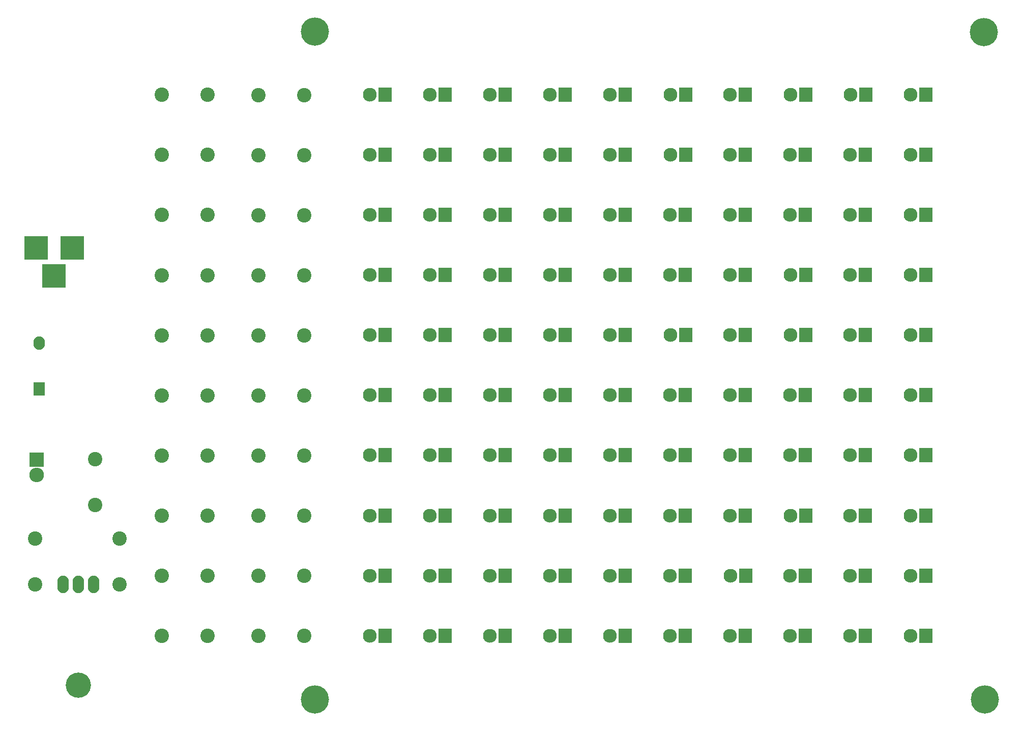
<source format=gbr>
G04 #@! TF.FileFunction,Soldermask,Top*
%FSLAX46Y46*%
G04 Gerber Fmt 4.6, Leading zero omitted, Abs format (unit mm)*
G04 Created by KiCad (PCBNEW 4.0.2-stable) date Monday, 06 March 2017 12:37:51*
%MOMM*%
G01*
G04 APERTURE LIST*
%ADD10C,0.100000*%
%ADD11C,4.700000*%
%ADD12R,3.900120X3.900120*%
%ADD13R,2.300000X2.400000*%
%ADD14C,2.300000*%
%ADD15R,2.432000X2.432000*%
%ADD16O,2.432000X2.432000*%
%ADD17O,1.901140X2.899360*%
%ADD18C,4.199840*%
%ADD19C,2.398980*%
%ADD20R,1.924000X2.224000*%
%ADD21O,1.924000X2.224000*%
G04 APERTURE END LIST*
D10*
D11*
X115110000Y-139110000D03*
X226580000Y-139110000D03*
X226480000Y-28070000D03*
D12*
X74700140Y-64000000D03*
X68700660Y-64000000D03*
X71700400Y-68699000D03*
D13*
X126750000Y-38500000D03*
D14*
X124210000Y-38500000D03*
D13*
X136750000Y-38500000D03*
D14*
X134210000Y-38500000D03*
D13*
X146750000Y-38500000D03*
D14*
X144210000Y-38500000D03*
D13*
X156790000Y-38500000D03*
D14*
X154250000Y-38500000D03*
D13*
X166750000Y-38500000D03*
D14*
X164210000Y-38500000D03*
D13*
X126750000Y-48500000D03*
D14*
X124210000Y-48500000D03*
D13*
X136750000Y-48500000D03*
D14*
X134210000Y-48500000D03*
D13*
X146750000Y-48500000D03*
D14*
X144210000Y-48500000D03*
D13*
X156790000Y-48500000D03*
D14*
X154250000Y-48500000D03*
D13*
X166750000Y-48500000D03*
D14*
X164210000Y-48500000D03*
D13*
X126790000Y-58500000D03*
D14*
X124250000Y-58500000D03*
D13*
X136750000Y-58500000D03*
D14*
X134210000Y-58500000D03*
D13*
X146750000Y-58500000D03*
D14*
X144210000Y-58500000D03*
D13*
X156750000Y-58500000D03*
D14*
X154210000Y-58500000D03*
D13*
X166750000Y-58500000D03*
D14*
X164210000Y-58500000D03*
D13*
X126750000Y-68500000D03*
D14*
X124210000Y-68500000D03*
D13*
X136750000Y-68500000D03*
D14*
X134210000Y-68500000D03*
D13*
X146750000Y-68500000D03*
D14*
X144210000Y-68500000D03*
D13*
X156750000Y-68500000D03*
D14*
X154210000Y-68500000D03*
D13*
X166750000Y-68500000D03*
D14*
X164210000Y-68500000D03*
D13*
X126790000Y-78500000D03*
D14*
X124250000Y-78500000D03*
D13*
X136750000Y-78500000D03*
D14*
X134210000Y-78500000D03*
D13*
X146750000Y-78500000D03*
D14*
X144210000Y-78500000D03*
D13*
X156750000Y-78500000D03*
D14*
X154210000Y-78500000D03*
D13*
X166790000Y-78500000D03*
D14*
X164250000Y-78500000D03*
D13*
X126750000Y-88500000D03*
D14*
X124210000Y-88500000D03*
D13*
X136790000Y-88500000D03*
D14*
X134250000Y-88500000D03*
D13*
X146790000Y-88500000D03*
D14*
X144250000Y-88500000D03*
D13*
X156790000Y-88500000D03*
D14*
X154250000Y-88500000D03*
D13*
X166790000Y-88500000D03*
D14*
X164250000Y-88500000D03*
D13*
X126790000Y-98500000D03*
D14*
X124250000Y-98500000D03*
D13*
X136790000Y-98500000D03*
D14*
X134250000Y-98500000D03*
D13*
X146790000Y-98500000D03*
D14*
X144250000Y-98500000D03*
D13*
X156790000Y-98500000D03*
D14*
X154250000Y-98500000D03*
D13*
X166790000Y-98500000D03*
D14*
X164250000Y-98500000D03*
D13*
X126790000Y-108500000D03*
D14*
X124250000Y-108500000D03*
D13*
X136790000Y-108500000D03*
D14*
X134250000Y-108500000D03*
D13*
X146790000Y-108500000D03*
D14*
X144250000Y-108500000D03*
D13*
X156790000Y-108500000D03*
D14*
X154250000Y-108500000D03*
D13*
X166790000Y-108500000D03*
D14*
X164250000Y-108500000D03*
D13*
X126790000Y-118500000D03*
D14*
X124250000Y-118500000D03*
D13*
X136790000Y-118500000D03*
D14*
X134250000Y-118500000D03*
D13*
X146790000Y-118500000D03*
D14*
X144250000Y-118500000D03*
D13*
X156790000Y-118500000D03*
D14*
X154250000Y-118500000D03*
D13*
X166790000Y-118500000D03*
D14*
X164250000Y-118500000D03*
D13*
X126790000Y-128500000D03*
D14*
X124250000Y-128500000D03*
D13*
X136790000Y-128500000D03*
D14*
X134250000Y-128500000D03*
D13*
X146790000Y-128500000D03*
D14*
X144250000Y-128500000D03*
D13*
X156790000Y-128500000D03*
D14*
X154250000Y-128500000D03*
D13*
X166790000Y-128500000D03*
D14*
X164250000Y-128500000D03*
D13*
X176790000Y-38500000D03*
D14*
X174250000Y-38500000D03*
D13*
X186750000Y-38500000D03*
D14*
X184210000Y-38500000D03*
D13*
X196790000Y-38500000D03*
D14*
X194250000Y-38500000D03*
D13*
X206790000Y-38500000D03*
D14*
X204250000Y-38500000D03*
D13*
X216750000Y-38500000D03*
D14*
X214210000Y-38500000D03*
D13*
X176790000Y-48500000D03*
D14*
X174250000Y-48500000D03*
D13*
X186750000Y-48500000D03*
D14*
X184210000Y-48500000D03*
D13*
X196750000Y-48500000D03*
D14*
X194210000Y-48500000D03*
D13*
X206750000Y-48500000D03*
D14*
X204210000Y-48500000D03*
D13*
X216750000Y-48500000D03*
D14*
X214210000Y-48500000D03*
D13*
X176750000Y-58500000D03*
D14*
X174210000Y-58500000D03*
D13*
X186750000Y-58500000D03*
D14*
X184210000Y-58500000D03*
D13*
X196750000Y-58500000D03*
D14*
X194210000Y-58500000D03*
D13*
X206750000Y-58500000D03*
D14*
X204210000Y-58500000D03*
D13*
X216750000Y-58500000D03*
D14*
X214210000Y-58500000D03*
D13*
X176750000Y-68500000D03*
D14*
X174210000Y-68500000D03*
D13*
X186750000Y-68500000D03*
D14*
X184210000Y-68500000D03*
D13*
X196790000Y-68500000D03*
D14*
X194250000Y-68500000D03*
D13*
X206750000Y-68500000D03*
D14*
X204210000Y-68500000D03*
D13*
X216750000Y-68500000D03*
D14*
X214210000Y-68500000D03*
D13*
X176790000Y-78500000D03*
D14*
X174250000Y-78500000D03*
D13*
X186750000Y-78500000D03*
D14*
X184210000Y-78500000D03*
D13*
X196790000Y-78500000D03*
D14*
X194250000Y-78500000D03*
D13*
X206750000Y-78500000D03*
D14*
X204210000Y-78500000D03*
D13*
X216750000Y-78500000D03*
D14*
X214210000Y-78500000D03*
D13*
X176750000Y-88500000D03*
D14*
X174210000Y-88500000D03*
D13*
X186750000Y-88500000D03*
D14*
X184210000Y-88500000D03*
D13*
X196750000Y-88500000D03*
D14*
X194210000Y-88500000D03*
D13*
X206750000Y-88500000D03*
D14*
X204210000Y-88500000D03*
D13*
X216750000Y-88500000D03*
D14*
X214210000Y-88500000D03*
D13*
X176750000Y-98500000D03*
D14*
X174210000Y-98500000D03*
D13*
X186750000Y-98500000D03*
D14*
X184210000Y-98500000D03*
D13*
X196750000Y-98500000D03*
D14*
X194210000Y-98500000D03*
D13*
X206750000Y-98500000D03*
D14*
X204210000Y-98500000D03*
D13*
X216750000Y-98500000D03*
D14*
X214210000Y-98500000D03*
D13*
X176750000Y-108500000D03*
D14*
X174210000Y-108500000D03*
D13*
X186750000Y-108500000D03*
D14*
X184210000Y-108500000D03*
D13*
X196790000Y-108500000D03*
D14*
X194250000Y-108500000D03*
D13*
X206750000Y-108500000D03*
D14*
X204210000Y-108500000D03*
D13*
X216750000Y-108500000D03*
D14*
X214210000Y-108500000D03*
D13*
X176750000Y-118500000D03*
D14*
X174210000Y-118500000D03*
D13*
X186790000Y-118500000D03*
D14*
X184250000Y-118500000D03*
D13*
X196750000Y-118500000D03*
D14*
X194210000Y-118500000D03*
D13*
X206750000Y-118500000D03*
D14*
X204210000Y-118500000D03*
D13*
X216750000Y-118500000D03*
D14*
X214210000Y-118500000D03*
D13*
X176750000Y-128500000D03*
D14*
X174210000Y-128500000D03*
D13*
X186750000Y-128500000D03*
D14*
X184210000Y-128500000D03*
D13*
X196750000Y-128500000D03*
D14*
X194210000Y-128500000D03*
D13*
X206750000Y-128500000D03*
D14*
X204210000Y-128500000D03*
D13*
X216750000Y-128500000D03*
D14*
X214210000Y-128500000D03*
D15*
X68750000Y-99250000D03*
D16*
X68750000Y-101790000D03*
D17*
X75710000Y-119986000D03*
X78250000Y-119986000D03*
X73170000Y-119986000D03*
D18*
X75710000Y-136750000D03*
D19*
X97225000Y-38550000D03*
X89605000Y-38550000D03*
X97225000Y-48547222D03*
X89605000Y-48547222D03*
X97225000Y-58544444D03*
X89605000Y-58544444D03*
X97225000Y-68541666D03*
X89605000Y-68541666D03*
X97225000Y-78538888D03*
X89605000Y-78538888D03*
X97225000Y-88536110D03*
X89605000Y-88536110D03*
X97225000Y-98533332D03*
X89605000Y-98533332D03*
X97225000Y-108530554D03*
X89605000Y-108530554D03*
X97225000Y-118527776D03*
X89605000Y-118527776D03*
X97225000Y-128524998D03*
X89605000Y-128524998D03*
X113325000Y-38575000D03*
X105705000Y-38575000D03*
X113325000Y-48572222D03*
X105705000Y-48572222D03*
X113325000Y-58569444D03*
X105705000Y-58569444D03*
X113325000Y-68566666D03*
X105705000Y-68566666D03*
X113325000Y-78563888D03*
X105705000Y-78563888D03*
X113325000Y-88561110D03*
X105705000Y-88561110D03*
X113325000Y-98558332D03*
X105705000Y-98558332D03*
X113325000Y-108555554D03*
X105705000Y-108555554D03*
X113325000Y-118552776D03*
X105705000Y-118552776D03*
X113325000Y-128549998D03*
X105705000Y-128549998D03*
X78500000Y-106750000D03*
X78500000Y-99130000D03*
X82625000Y-119975000D03*
X82625000Y-112355000D03*
X68525000Y-112375000D03*
X68525000Y-119995000D03*
D20*
X69250000Y-87500000D03*
D21*
X69250000Y-79880000D03*
D11*
X115090000Y-28030000D03*
M02*

</source>
